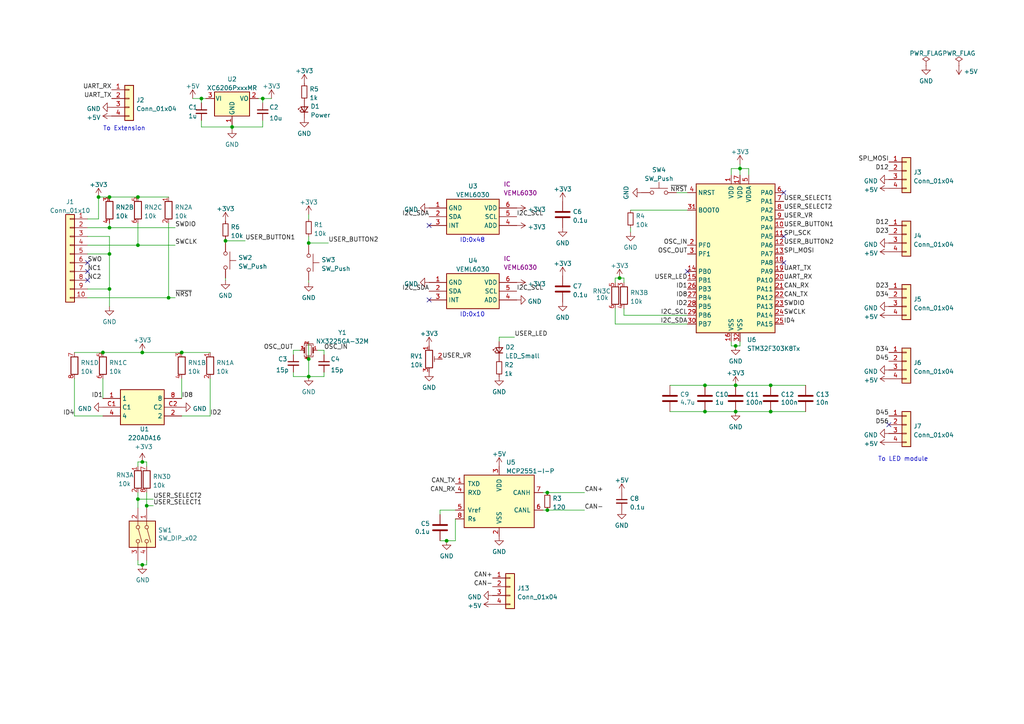
<source format=kicad_sch>
(kicad_sch (version 20211123) (generator eeschema)
  (paper "A4")
  (title_block (title "Active Marker for RoboCup SSL") (date "2024-05-14") (company "KIKS"))
  (lib_symbols
    (symbol "Connector_Generic:Conn_01x04" (pin_names (offset 1.016) hide)
      (property "Reference" "J" (at 0 5.08 0))
      (property "Value" "Conn_01x04" (at 0 -7.62 0))
      (symbol "Conn_01x04_1_1"
        (rectangle (start -1.27 -4.953) (end 0 -5.207) (stroke (width 0.1524)))
        (rectangle (start -1.27 -2.413) (end 0 -2.667) (stroke (width 0.1524)))
        (rectangle (start -1.27 0.127) (end 0 -0.127) (stroke (width 0.1524)))
        (rectangle (start -1.27 2.667) (end 0 2.413) (stroke (width 0.1524)))
        (rectangle (start -1.27 3.81) (end 1.27 -6.35) (stroke (width 0.254)) (fill (type background)))
        (pin passive line (at -5.08 2.54 0) (length 3.81) (name "Pin_1") (number "1"))
        (pin passive line (at -5.08 0 0) (length 3.81) (name "Pin_2") (number "2"))
        (pin passive line (at -5.08 -2.54 0) (length 3.81) (name "Pin_3") (number "3"))
        (pin passive line (at -5.08 -5.08 0) (length 3.81) (name "Pin_4") (number "4"))
      )
    )
    (symbol "Connector_Generic:Conn_01x10" (pin_names (offset 1.016) hide)
      (property "Reference" "J" (at 0 12.7 0))
      (property "Value" "Conn_01x10" (at 0 -15.24 0))
      (symbol "Conn_01x10_1_1"
        (rectangle (start -1.27 -12.573) (end 0 -12.827) (stroke (width 0.1524)))
        (rectangle (start -1.27 -10.033) (end 0 -10.287) (stroke (width 0.1524)))
        (rectangle (start -1.27 -7.493) (end 0 -7.747) (stroke (width 0.1524)))
        (rectangle (start -1.27 -4.953) (end 0 -5.207) (stroke (width 0.1524)))
        (rectangle (start -1.27 -2.413) (end 0 -2.667) (stroke (width 0.1524)))
        (rectangle (start -1.27 0.127) (end 0 -0.127) (stroke (width 0.1524)))
        (rectangle (start -1.27 2.667) (end 0 2.413) (stroke (width 0.1524)))
        (rectangle (start -1.27 5.207) (end 0 4.953) (stroke (width 0.1524)))
        (rectangle (start -1.27 7.747) (end 0 7.493) (stroke (width 0.1524)))
        (rectangle (start -1.27 10.287) (end 0 10.033) (stroke (width 0.1524)))
        (rectangle (start -1.27 11.43) (end 1.27 -13.97) (stroke (width 0.254)) (fill (type background)))
        (pin passive line (at -5.08 10.16 0) (length 3.81) (name "Pin_1") (number "1"))
        (pin passive line (at -5.08 -12.7 0) (length 3.81) (name "Pin_10") (number "10"))
        (pin passive line (at -5.08 7.62 0) (length 3.81) (name "Pin_2") (number "2"))
        (pin passive line (at -5.08 5.08 0) (length 3.81) (name "Pin_3") (number "3"))
        (pin passive line (at -5.08 2.54 0) (length 3.81) (name "Pin_4") (number "4"))
        (pin passive line (at -5.08 0 0) (length 3.81) (name "Pin_5") (number "5"))
        (pin passive line (at -5.08 -2.54 0) (length 3.81) (name "Pin_6") (number "6"))
        (pin passive line (at -5.08 -5.08 0) (length 3.81) (name "Pin_7") (number "7"))
        (pin passive line (at -5.08 -7.62 0) (length 3.81) (name "Pin_8") (number "8"))
        (pin passive line (at -5.08 -10.16 0) (length 3.81) (name "Pin_9") (number "9"))
      )
    )
    (symbol "Device:C" (pin_numbers hide) (pin_names (offset 0.254))
      (property "Reference" "C" (at 0.635 2.54 0))
      (property "Value" "C" (at 0.635 -2.54 0))
      (symbol "C_0_1"
        (polyline (pts (xy -2.032 -0.762) (xy 2.032 -0.762)) (stroke (width 0.508)))
        (polyline (pts (xy -2.032 0.762) (xy 2.032 0.762)) (stroke (width 0.508)))
      )
      (symbol "C_1_1"
        (pin passive line (at 0 3.81 270) (length 2.794) (name "~") (number "1"))
        (pin passive line (at 0 -3.81 90) (length 2.794) (name "~") (number "2"))
      )
    )
    (symbol "Device:C_Small" (pin_numbers hide) (pin_names (offset 0.254) hide)
      (property "Reference" "C" (at 0.254 1.778 0))
      (property "Value" "C_Small" (at 0.254 -2.032 0))
      (symbol "C_Small_0_1"
        (polyline (pts (xy -1.524 -0.508) (xy 1.524 -0.508)) (stroke (width 0.3302)))
        (polyline (pts (xy -1.524 0.508) (xy 1.524 0.508)) (stroke (width 0.3048)))
      )
      (symbol "C_Small_1_1"
        (pin passive line (at 0 2.54 270) (length 2.032) (name "~") (number "1"))
        (pin passive line (at 0 -2.54 90) (length 2.032) (name "~") (number "2"))
      )
    )
    (symbol "Device:Crystal_GND24_Small" (pin_names (offset 1.016) hide)
      (property "Reference" "Y" (at 1.27 4.445 0))
      (property "Value" "Crystal_GND24_Small" (at 1.27 2.54 0))
      (symbol "Crystal_GND24_Small_0_1"
        (rectangle (start -0.762 -1.524) (end 0.762 1.524))
        (polyline (pts (xy -1.27 -0.762) (xy -1.27 0.762)) (stroke (width 0.381)))
        (polyline (pts (xy 1.27 -0.762) (xy 1.27 0.762)) (stroke (width 0.381)))
        (polyline (pts (xy -1.27 -1.27) (xy -1.27 -1.905) (xy 1.27 -1.905) (xy 1.27 -1.27)))
        (polyline (pts (xy -1.27 1.27) (xy -1.27 1.905) (xy 1.27 1.905) (xy 1.27 1.27)))
      )
      (symbol "Crystal_GND24_Small_1_1"
        (pin passive line (at -2.54 0 0) (length 1.27) (name "1") (number "1"))
        (pin passive line (at 0 -2.54 90) (length 0.635) (name "2") (number "2"))
        (pin passive line (at 2.54 0 180) (length 1.27) (name "3") (number "3"))
        (pin passive line (at 0 2.54 270) (length 0.635) (name "4") (number "4"))
      )
    )
    (symbol "Device:LED_Small" (pin_numbers hide) (pin_names (offset 0.254) hide)
      (property "Reference" "D" (at -1.27 3.175 0))
      (property "Value" "LED_Small" (at -4.445 -2.54 0))
      (symbol "LED_Small_0_1"
        (polyline (pts (xy -0.762 -1.016) (xy -0.762 1.016)) (stroke (width 0.254)))
        (polyline (pts (xy 1.016 0) (xy -0.762 0)))
        (polyline (pts (xy 0.762 -1.016) (xy -0.762 0) (xy 0.762 1.016) (xy 0.762 -1.016)) (stroke (width 0.254)))
        (polyline (pts (xy 0 0.762) (xy -0.508 1.27) (xy -0.254 1.27) (xy -0.508 1.27) (xy -0.508 1.016)))
        (polyline (pts (xy 0.508 1.27) (xy 0 1.778) (xy 0.254 1.778) (xy 0 1.778) (xy 0 1.524)))
      )
      (symbol "LED_Small_1_1"
        (pin passive line (at -2.54 0 0) (length 1.778) (name "K") (number "1"))
        (pin passive line (at 2.54 0 180) (length 1.778) (name "A") (number "2"))
      )
    )
    (symbol "Device:R_Pack04_SIP_Split" (pin_names (offset 0) hide)
      (property "Reference" "RN" (at 2.032 0 90))
      (property "Value" "R_Pack04_SIP_Split" (at 0 0 90))
      (symbol "R_Pack04_SIP_Split_0_1"
        (rectangle (start 1.016 2.54) (end -1.016 -2.54) (stroke (width 0.254)))
      )
      (symbol "R_Pack04_SIP_Split_1_1"
        (pin passive line (at 0 -3.81 90) (length 1.27) (name "R1.1") (number "1"))
        (pin passive line (at 0 3.81 270) (length 1.27) (name "R1.2") (number "2"))
      )
      (symbol "R_Pack04_SIP_Split_2_1"
        (pin passive line (at 0 -3.81 90) (length 1.27) (name "R2.1") (number "3"))
        (pin passive line (at 0 3.81 270) (length 1.27) (name "R2.2") (number "4"))
      )
      (symbol "R_Pack04_SIP_Split_3_1"
        (pin passive line (at 0 -3.81 90) (length 1.27) (name "R3.1") (number "5"))
        (pin passive line (at 0 3.81 270) (length 1.27) (name "R3.2") (number "6"))
      )
      (symbol "R_Pack04_SIP_Split_4_1"
        (pin passive line (at 0 -3.81 90) (length 1.27) (name "R4.1") (number "7"))
        (pin passive line (at 0 3.81 270) (length 1.27) (name "R4.2") (number "8"))
      )
    )
    (symbol "Device:R_Potentiometer_Trim" (pin_names (offset 1.016) hide)
      (property "Reference" "RV" (at -4.445 0 90))
      (property "Value" "R_Potentiometer_Trim" (at -2.54 0 90))
      (symbol "R_Potentiometer_Trim_0_1"
        (polyline (pts (xy 1.524 0.762) (xy 1.524 -0.762)))
        (polyline (pts (xy 2.54 0) (xy 1.524 0)))
        (rectangle (start 1.016 2.54) (end -1.016 -2.54) (stroke (width 0.254)))
      )
      (symbol "R_Potentiometer_Trim_1_1"
        (pin passive line (at 0 3.81 270) (length 1.27) (name "1") (number "1"))
        (pin passive line (at 3.81 0 180) (length 1.27) (name "2") (number "2"))
        (pin passive line (at 0 -3.81 90) (length 1.27) (name "3") (number "3"))
      )
    )
    (symbol "Device:R_Small" (pin_numbers hide) (pin_names (offset 0.254) hide)
      (property "Reference" "R" (at 0.762 0.508 0))
      (property "Value" "R_Small" (at 0.762 -1.016 0))
      (symbol "R_Small_0_1"
        (rectangle (start -0.762 1.778) (end 0.762 -1.778) (stroke (width 0.2032)))
      )
      (symbol "R_Small_1_1"
        (pin passive line (at 0 2.54 270) (length 0.762) (name "~") (number "1"))
        (pin passive line (at 0 -2.54 90) (length 0.762) (name "~") (number "2"))
      )
    )
    (symbol "Interface_CAN_LIN:MCP2551-I-P" (pin_names (offset 1.016))
      (property "Reference" "U" (at -10.16 8.89 0))
      (property "Value" "MCP2551-I-P" (at 2.54 8.89 0))
      (symbol "MCP2551-I-P_0_1"
        (rectangle (start -10.16 7.62) (end 10.16 -7.62) (stroke (width 0.254)) (fill (type background)))
      )
      (symbol "MCP2551-I-P_1_1"
        (pin input line (at -12.7 5.08 0) (length 2.54) (name "TXD") (number "1"))
        (pin power_in line (at 0 -10.16 90) (length 2.54) (name "VSS") (number "2"))
        (pin power_in line (at 0 10.16 270) (length 2.54) (name "VDD") (number "3"))
        (pin output line (at -12.7 2.54 0) (length 2.54) (name "RXD") (number "4"))
        (pin power_out line (at -12.7 -2.54 0) (length 2.54) (name "Vref") (number "5"))
        (pin bidirectional line (at 12.7 -2.54 180) (length 2.54) (name "CANL") (number "6"))
        (pin bidirectional line (at 12.7 2.54 180) (length 2.54) (name "CANH") (number "7"))
        (pin input line (at -12.7 -5.08 0) (length 2.54) (name "Rs") (number "8"))
      )
    )
    (symbol "MCU_ST_STM32F3:STM32F303K8Tx"
      (property "Reference" "U" (at -12.7 21.59 0))
      (property "Value" "STM32F303K8Tx" (at 5.08 21.59 0))
      (symbol "STM32F303K8Tx_0_1"
        (rectangle (start -12.7 -22.86) (end 10.16 20.32) (stroke (width 0.254)) (fill (type background)))
      )
      (symbol "STM32F303K8Tx_1_1"
        (pin power_in line (at -2.54 22.86 270) (length 2.54) (name "VDD") (number "1"))
        (pin bidirectional line (at 12.7 7.62 180) (length 2.54) (name "PA4") (number "10"))
        (pin bidirectional line (at 12.7 5.08 180) (length 2.54) (name "PA5") (number "11"))
        (pin bidirectional line (at 12.7 2.54 180) (length 2.54) (name "PA6") (number "12"))
        (pin bidirectional line (at 12.7 0 180) (length 2.54) (name "PA7") (number "13"))
        (pin bidirectional line (at -15.24 -5.08 0) (length 2.54) (name "PB0") (number "14"))
        (pin bidirectional line (at -15.24 -7.62 0) (length 2.54) (name "PB1") (number "15"))
        (pin power_in line (at -2.54 -25.4 90) (length 2.54) (name "VSS") (number "16"))
        (pin power_in line (at 0 22.86 270) (length 2.54) (name "VDD") (number "17"))
        (pin bidirectional line (at 12.7 -2.54 180) (length 2.54) (name "PA8") (number "18"))
        (pin bidirectional line (at 12.7 -5.08 180) (length 2.54) (name "PA9") (number "19"))
        (pin input line (at -15.24 2.54 0) (length 2.54) (name "PF0") (number "2"))
        (pin bidirectional line (at 12.7 -7.62 180) (length 2.54) (name "PA10") (number "20"))
        (pin bidirectional line (at 12.7 -10.16 180) (length 2.54) (name "PA11") (number "21"))
        (pin bidirectional line (at 12.7 -12.7 180) (length 2.54) (name "PA12") (number "22"))
        (pin bidirectional line (at 12.7 -15.24 180) (length 2.54) (name "PA13") (number "23"))
        (pin bidirectional line (at 12.7 -17.78 180) (length 2.54) (name "PA14") (number "24"))
        (pin bidirectional line (at 12.7 -20.32 180) (length 2.54) (name "PA15") (number "25"))
        (pin bidirectional line (at -15.24 -10.16 0) (length 2.54) (name "PB3") (number "26"))
        (pin bidirectional line (at -15.24 -12.7 0) (length 2.54) (name "PB4") (number "27"))
        (pin bidirectional line (at -15.24 -15.24 0) (length 2.54) (name "PB5") (number "28"))
        (pin bidirectional line (at -15.24 -17.78 0) (length 2.54) (name "PB6") (number "29"))
        (pin input line (at -15.24 0 0) (length 2.54) (name "PF1") (number "3"))
        (pin bidirectional line (at -15.24 -20.32 0) (length 2.54) (name "PB7") (number "30"))
        (pin input line (at -15.24 12.7 0) (length 2.54) (name "BOOT0") (number "31"))
        (pin power_in line (at 0 -25.4 90) (length 2.54) (name "VSS") (number "32"))
        (pin input line (at -15.24 17.78 0) (length 2.54) (name "NRST") (number "4"))
        (pin power_in line (at 2.54 22.86 270) (length 2.54) (name "VDDA") (number "5"))
        (pin bidirectional line (at 12.7 17.78 180) (length 2.54) (name "PA0") (number "6"))
        (pin bidirectional line (at 12.7 15.24 180) (length 2.54) (name "PA1") (number "7"))
        (pin bidirectional line (at 12.7 12.7 180) (length 2.54) (name "PA2") (number "8"))
        (pin bidirectional line (at 12.7 10.16 180) (length 2.54) (name "PA3") (number "9"))
      )
    )
    (symbol "Regulator_Linear:XC6206PxxxMR" (pin_names (offset 0.254))
      (property "Reference" "U" (at -3.81 3.175 0))
      (property "Value" "XC6206PxxxMR" (at 0 3.175 0))
      (symbol "XC6206PxxxMR_0_1"
        (rectangle (start -5.08 1.905) (end 5.08 -5.08) (stroke (width 0.254)) (fill (type background)))
      )
      (symbol "XC6206PxxxMR_1_1"
        (pin power_in line (at 0 -7.62 90) (length 2.54) (name "GND") (number "1"))
        (pin power_out line (at 7.62 0 180) (length 2.54) (name "VO") (number "2"))
        (pin power_in line (at -7.62 0 0) (length 2.54) (name "VI") (number "3"))
      )
    )
    (symbol "Switch:SW_DIP_x02" (pin_names (offset 0) hide)
      (property "Reference" "SW" (at 0 6.35 0))
      (property "Value" "SW_DIP_x02" (at 0 -3.81 0))
      (symbol "SW_DIP_x02_0_0"
        (circle (center -2.032 0) (radius 0.508))
        (circle (center -2.032 2.54) (radius 0.508))
        (polyline (pts (xy -1.524 0.127) (xy 2.3622 1.1684)))
        (polyline (pts (xy -1.524 2.667) (xy 2.3622 3.7084)))
        (circle (center 2.032 0) (radius 0.508))
        (circle (center 2.032 2.54) (radius 0.508))
      )
      (symbol "SW_DIP_x02_0_1"
        (rectangle (start -3.81 5.08) (end 3.81 -2.54) (stroke (width 0.254)) (fill (type background)))
      )
      (symbol "SW_DIP_x02_1_1"
        (pin passive line (at -7.62 2.54 0) (length 5.08) (name "~") (number "1"))
        (pin passive line (at -7.62 0 0) (length 5.08) (name "~") (number "2"))
        (pin passive line (at 7.62 0 180) (length 5.08) (name "~") (number "3"))
        (pin passive line (at 7.62 2.54 180) (length 5.08) (name "~") (number "4"))
      )
    )
    (symbol "Switch:SW_Push" (pin_numbers hide) (pin_names (offset 1.016) hide)
      (property "Reference" "SW" (at 1.27 2.54 0))
      (property "Value" "SW_Push" (at 0 -1.524 0))
      (symbol "SW_Push_0_1"
        (circle (center -2.032 0) (radius 0.508))
        (polyline (pts (xy 0 1.27) (xy 0 3.048)))
        (polyline (pts (xy 2.54 1.27) (xy -2.54 1.27)))
        (circle (center 2.032 0) (radius 0.508))
        (pin passive line (at -5.08 0 0) (length 2.54) (name "1") (number "1"))
        (pin passive line (at 5.08 0 180) (length 2.54) (name "2") (number "2"))
      )
    )
    (symbol "active-marker:220ADA16"
      (property "Value" "220ADA16" (at 0 0 0))
      (property "Reference_1" "S" (at 19.05 7.62 0))
      (property "Value_1" "220ADA16" (at 19.05 5.08 0))
      (symbol "220ADA16_1_1"
        (rectangle (start 5.08 2.54) (end 17.78 -7.62) (stroke (width 0.254)) (fill (type background)))
        (pin passive line (at 0 0 0) (length 5.08) (name "1") (number "1"))
        (pin passive line (at 22.86 -5.08 180) (length 5.08) (name "2") (number "2"))
        (pin passive line (at 0 -5.08 0) (length 5.08) (name "4") (number "4"))
        (pin passive line (at 22.86 0 180) (length 5.08) (name "8") (number "8"))
        (pin passive line (at 0 -2.54 0) (length 5.08) (name "C1") (number "C1"))
        (pin passive line (at 22.86 -2.54 180) (length 5.08) (name "C2") (number "C2"))
      )
    )
    (symbol "active-marker:VEML6030"
      (property "Value" "VEML6030" (at 0 0 0))
      (property "Reference_1" "IC" (at 21.59 7.62 0))
      (property "Value_1" "VEML6030" (at 21.59 5.08 0))
      (symbol "VEML6030_1_1"
        (rectangle (start 5.08 2.54) (end 20.32 -7.62) (stroke (width 0.254)) (fill (type background)))
        (pin passive line (at 0 0 0) (length 5.08) (name "GND") (number "1"))
        (pin passive line (at 0 -2.54 0) (length 5.08) (name "SDA") (number "2"))
        (pin passive line (at 0 -5.08 0) (length 5.08) (name "INT") (number "3"))
        (pin passive line (at 25.4 -5.08 180) (length 5.08) (name "ADD") (number "4"))
        (pin passive line (at 25.4 -2.54 180) (length 5.08) (name "SCL") (number "5"))
        (pin passive line (at 25.4 0 180) (length 5.08) (name "VDD") (number "6"))
      )
    )
    (symbol "power:+3V3" (power) (pin_names (offset 0))
      (property "Value" "+3V3" (at 0 3.556 0))
      (symbol "+3V3_0_1"
        (polyline (pts (xy -0.762 1.27) (xy 0 2.54)))
        (polyline (pts (xy 0 0) (xy 0 2.54)))
        (polyline (pts (xy 0 2.54) (xy 0.762 1.27)))
      )
      (symbol "+3V3_1_1"
        (pin power_in line (at 0 0 90) (length 0) hide (name "+3V3") (number "1"))
      )
    )
    (symbol "power:+5V" (power) (pin_names (offset 0))
      (property "Value" "+5V" (at 0 3.556 0))
      (symbol "+5V_0_1"
        (polyline (pts (xy -0.762 1.27) (xy 0 2.54)))
        (polyline (pts (xy 0 0) (xy 0 2.54)))
        (polyline (pts (xy 0 2.54) (xy 0.762 1.27)))
      )
      (symbol "+5V_1_1"
        (pin power_in line (at 0 0 90) (length 0) hide (name "+5V") (number "1"))
      )
    )
    (symbol "power:GND" (power) (pin_names (offset 0))
      (property "Value" "GND" (at 0 -3.81 0))
      (symbol "GND_0_1"
        (polyline (pts (xy 0 0) (xy 0 -1.27) (xy 1.27 -1.27) (xy 0 -2.54) (xy -1.27 -1.27) (xy 0 -1.27)))
      )
      (symbol "GND_1_1"
        (pin power_in line (at 0 0 270) (length 0) hide (name "GND") (number "1"))
      )
    )
    (symbol "power:PWR_FLAG" (power) (pin_numbers hide) (pin_names (offset 0) hide)
      (property "Value" "PWR_FLAG" (at 0 3.81 0))
      (symbol "PWR_FLAG_0_0"
        (pin power_out line (at 0 0 90) (length 0) (name "pwr") (number "1"))
      )
      (symbol "PWR_FLAG_0_1"
        (polyline (pts (xy 0 0) (xy 0 1.27) (xy -1.016 1.905) (xy 0 2.54) (xy 1.016 1.905) (xy 0 1.27)))
      )
    )
  )
  (junction (at 41.275 102.235))
  (junction (at 129.54 156.845))
  (junction (at 158.75 147.955))
  (junction (at 89.535 70.485))
  (junction (at 89.535 104.14))
  (junction (at 213.36 111.76))
  (junction (at 41.275 163.83))
  (junction (at 179.705 80.645))
  (junction (at 52.705 102.235))
  (junction (at 42.545 146.685))
  (junction (at 214.63 48.895))
  (junction (at 31.75 57.15))
  (junction (at 40.005 57.15))
  (junction (at 58.42 28.575))
  (junction (at 29.845 102.235))
  (junction (at 89.535 109.22))
  (junction (at 65.405 69.85))
  (junction (at 31.75 66.04))
  (junction (at 31.75 73.66))
  (junction (at 213.36 119.38))
  (junction (at 223.52 111.76))
  (junction (at 41.275 133.985))
  (junction (at 158.75 142.875))
  (junction (at 31.75 83.82))
  (junction (at 213.36 100.33))
  (junction (at 204.47 111.76))
  (junction (at 67.31 36.83))
  (junction (at 204.47 119.38))
  (junction (at 48.895 86.36))
  (junction (at 223.52 119.38))
  (junction (at 40.005 144.78))
  (junction (at 28.575 57.15))
  (junction (at 40.005 71.12))
  (junction (at 76.2 28.575))
  (no_connect (at 25.4 76.2))
  (no_connect (at 199.39 78.74))
  (no_connect (at 227.33 76.2))
  (no_connect (at 257.81 123.19))
  (no_connect (at 124.46 86.995))
  (no_connect (at 25.4 81.28))
  (no_connect (at 124.46 65.405))
  (no_connect (at 25.4 78.74))
  (no_connect (at 227.33 55.88))
  (no_connect (at 227.33 68.58))
  (wire (pts (xy 85.09 101.6) (xy 86.995 101.6)))
  (wire (pts (xy 89.535 70.485) (xy 95.25 70.485)))
  (wire (pts (xy 214.63 48.895) (xy 214.63 50.8)))
  (wire (pts (xy 41.275 133.985) (xy 42.545 133.985)))
  (wire (pts (xy 180.975 91.44) (xy 199.39 91.44)))
  (wire (pts (xy 78.74 28.575) (xy 76.2 28.575)))
  (wire (pts (xy 182.88 66.04) (xy 182.88 67.31)))
  (wire (pts (xy 41.275 102.235) (xy 52.705 102.235)))
  (wire (pts (xy 31.75 57.15) (xy 40.005 57.15)))
  (wire (pts (xy 65.405 69.215) (xy 65.405 69.85)))
  (wire (pts (xy 223.52 111.76) (xy 233.68 111.76)))
  (wire (pts (xy 41.275 163.83) (xy 42.545 163.83)))
  (wire (pts (xy 178.435 89.535) (xy 178.435 93.98)))
  (wire (pts (xy 180.975 81.915) (xy 180.975 80.645)))
  (wire (pts (xy 25.4 66.04) (xy 31.75 66.04)))
  (wire (pts (xy 158.75 142.875) (xy 169.545 142.875)))
  (wire (pts (xy 31.75 73.66) (xy 31.75 83.82)))
  (wire (pts (xy 42.545 146.685) (xy 44.45 146.685)))
  (wire (pts (xy 89.535 68.58) (xy 89.535 70.485)))
  (wire (pts (xy 129.54 156.845) (xy 132.08 156.845)))
  (wire (pts (xy 85.09 107.95) (xy 85.09 109.22)))
  (wire (pts (xy 76.2 28.575) (xy 76.2 29.845)))
  (wire (pts (xy 196.215 55.88) (xy 199.39 55.88)))
  (wire (pts (xy 28.575 57.15) (xy 31.75 57.15)))
  (wire (pts (xy 89.535 70.485) (xy 89.535 71.12)))
  (wire (pts (xy 214.63 47.625) (xy 214.63 48.895)))
  (wire (pts (xy 213.36 111.76) (xy 223.52 111.76)))
  (wire (pts (xy 42.545 146.685) (xy 42.545 147.32)))
  (wire (pts (xy 25.4 71.12) (xy 40.005 71.12)))
  (wire (pts (xy 21.59 120.65) (xy 29.845 120.65)))
  (wire (pts (xy 55.88 28.575) (xy 58.42 28.575)))
  (wire (pts (xy 40.005 71.12) (xy 50.8 71.12)))
  (wire (pts (xy 214.63 100.33) (xy 213.36 100.33)))
  (wire (pts (xy 29.845 115.57) (xy 29.845 109.855)))
  (wire (pts (xy 76.2 36.83) (xy 67.31 36.83)))
  (wire (pts (xy 28.575 63.5) (xy 28.575 57.15)))
  (wire (pts (xy 40.005 142.875) (xy 40.005 144.78)))
  (wire (pts (xy 127.635 149.225) (xy 127.635 147.955)))
  (wire (pts (xy 204.47 111.76) (xy 213.36 111.76)))
  (wire (pts (xy 212.09 100.33) (xy 213.36 100.33)))
  (wire (pts (xy 93.98 109.22) (xy 93.98 107.95)))
  (wire (pts (xy 67.31 36.83) (xy 67.31 37.465)))
  (wire (pts (xy 65.405 69.85) (xy 65.405 70.485)))
  (wire (pts (xy 25.4 68.58) (xy 31.75 68.58)))
  (wire (pts (xy 89.535 99.06) (xy 89.535 104.14)))
  (wire (pts (xy 60.96 120.65) (xy 52.705 120.65)))
  (wire (pts (xy 178.435 80.645) (xy 179.705 80.645)))
  (wire (pts (xy 223.52 119.38) (xy 233.68 119.38)))
  (wire (pts (xy 31.75 66.04) (xy 50.8 66.04)))
  (wire (pts (xy 40.005 144.78) (xy 44.45 144.78)))
  (wire (pts (xy 89.535 62.23) (xy 89.535 63.5)))
  (wire (pts (xy 132.08 150.495) (xy 132.08 156.845)))
  (wire (pts (xy 182.88 60.96) (xy 199.39 60.96)))
  (wire (pts (xy 40.005 64.77) (xy 40.005 71.12)))
  (wire (pts (xy 76.2 34.925) (xy 76.2 36.83)))
  (wire (pts (xy 92.075 101.6) (xy 93.98 101.6)))
  (wire (pts (xy 194.31 111.76) (xy 204.47 111.76)))
  (wire (pts (xy 58.42 28.575) (xy 59.69 28.575)))
  (wire (pts (xy 52.705 109.855) (xy 52.705 115.57)))
  (wire (pts (xy 212.09 48.895) (xy 214.63 48.895)))
  (wire (pts (xy 42.545 142.875) (xy 42.545 146.685)))
  (wire (pts (xy 29.845 102.235) (xy 41.275 102.235)))
  (wire (pts (xy 40.005 162.56) (xy 40.005 163.83)))
  (wire (pts (xy 25.4 83.82) (xy 31.75 83.82)))
  (wire (pts (xy 58.42 28.575) (xy 58.42 29.845)))
  (wire (pts (xy 180.975 80.645) (xy 179.705 80.645)))
  (wire (pts (xy 217.17 50.8) (xy 217.17 48.895)))
  (wire (pts (xy 65.405 69.85) (xy 71.12 69.85)))
  (wire (pts (xy 217.17 48.895) (xy 214.63 48.895)))
  (wire (pts (xy 89.535 104.14) (xy 89.535 109.22)))
  (wire (pts (xy 25.4 73.66) (xy 31.75 73.66)))
  (wire (pts (xy 74.93 28.575) (xy 76.2 28.575)))
  (wire (pts (xy 144.78 97.79) (xy 149.225 97.79)))
  (wire (pts (xy 31.75 64.77) (xy 31.75 66.04)))
  (wire (pts (xy 178.435 81.915) (xy 178.435 80.645)))
  (wire (pts (xy 194.31 119.38) (xy 204.47 119.38)))
  (wire (pts (xy 40.005 135.255) (xy 40.005 133.985)))
  (wire (pts (xy 214.63 99.06) (xy 214.63 100.33)))
  (wire (pts (xy 21.59 102.235) (xy 29.845 102.235)))
  (wire (pts (xy 48.895 64.77) (xy 48.895 86.36)))
  (wire (pts (xy 89.535 81.28) (xy 89.535 81.915)))
  (wire (pts (xy 178.435 93.98) (xy 199.39 93.98)))
  (wire (pts (xy 40.005 133.985) (xy 41.275 133.985)))
  (wire (pts (xy 144.78 99.06) (xy 144.78 97.79)))
  (wire (pts (xy 40.005 144.78) (xy 40.005 147.32)))
  (wire (pts (xy 204.47 119.38) (xy 213.36 119.38)))
  (wire (pts (xy 48.895 86.36) (xy 50.8 86.36)))
  (wire (pts (xy 31.75 68.58) (xy 31.75 73.66)))
  (wire (pts (xy 52.705 102.235) (xy 60.96 102.235)))
  (wire (pts (xy 158.75 147.955) (xy 169.545 147.955)))
  (wire (pts (xy 157.48 142.875) (xy 158.75 142.875)))
  (wire (pts (xy 212.09 99.06) (xy 212.09 100.33)))
  (wire (pts (xy 93.98 101.6) (xy 93.98 102.87)))
  (wire (pts (xy 58.42 36.83) (xy 67.31 36.83)))
  (wire (pts (xy 127.635 156.845) (xy 129.54 156.845)))
  (wire (pts (xy 85.09 102.87) (xy 85.09 101.6)))
  (wire (pts (xy 42.545 133.985) (xy 42.545 135.255)))
  (wire (pts (xy 65.405 80.645) (xy 65.405 81.28)))
  (wire (pts (xy 157.48 147.955) (xy 158.75 147.955)))
  (wire (pts (xy 58.42 34.925) (xy 58.42 36.83)))
  (wire (pts (xy 180.975 89.535) (xy 180.975 91.44)))
  (wire (pts (xy 42.545 163.83) (xy 42.545 162.56)))
  (wire (pts (xy 85.09 109.22) (xy 89.535 109.22)))
  (wire (pts (xy 21.59 109.855) (xy 21.59 120.65)))
  (wire (pts (xy 212.09 50.8) (xy 212.09 48.895)))
  (wire (pts (xy 89.535 109.22) (xy 93.98 109.22)))
  (wire (pts (xy 25.4 86.36) (xy 48.895 86.36)))
  (wire (pts (xy 40.005 57.15) (xy 48.895 57.15)))
  (wire (pts (xy 31.75 83.82) (xy 31.75 88.9)))
  (wire (pts (xy 60.96 120.65) (xy 60.96 109.855)))
  (wire (pts (xy 40.005 163.83) (xy 41.275 163.83)))
  (wire (pts (xy 127.635 147.955) (xy 132.08 147.955)))
  (wire (pts (xy 213.36 119.38) (xy 223.52 119.38)))
  (wire (pts (xy 25.4 63.5) (xy 28.575 63.5)))
  (wire (pts (xy 67.31 36.195) (xy 67.31 36.83)))
  (text "ID:0x48" (at 133.35 70.485 0) (effects (font (size 1.27 1.27)) (justify left bottom)))
  (text "To LED module" (at 254.635 133.985 0) (effects (font (size 1.27 1.27)) (justify left bottom)))
  (text "To Extension" (at 29.845 38.1 0) (effects (font (size 1.27 1.27)) (justify left bottom)))
  (text "ID:0x10" (at 133.35 92.075 0) (effects (font (size 1.27 1.27)) (justify left bottom)))
  (label "UART_RX" (at 227.33 81.28 0))
  (label "NC2" (at 25.4 81.28 0))
  (label "NC1" (at 25.4 78.74 0))
  (label "D12" (at 257.81 49.53 180))
  (label "SWCLK" (at 227.33 91.44 0))
  (label "CAN+" (at 142.875 167.64 180))
  (label "I2C_SCL" (at 199.39 91.44 180))
  (label "USER_VR" (at 128.27 104.14 0))
  (label "SPI_MOSI" (at 227.33 73.66 0))
  (label "CAN-" (at 169.545 147.955 0))
  (label "CAN_RX" (at 227.33 83.82 0))
  (label "CAN_TX" (at 227.33 86.36 0))
  (label "ID1" (at 199.39 83.82 180))
  (label "ID4" (at 227.33 93.98 0))
  (label "USER_LED" (at 149.225 97.79 0))
  (label "UART_TX" (at 227.33 78.74 0))
  (label "USER_BUTTON1" (at 71.12 69.85 0))
  (label "I2C_SDA" (at 124.46 62.865 180))
  (label "D34" (at 257.81 102.235 180))
  (label "USER_BUTTON2" (at 95.25 70.485 0))
  (label "SWDIO" (at 227.33 88.9 0))
  (label "D45" (at 257.81 104.775 180))
  (label "ID1" (at 29.845 115.57 180))
  (label "D23" (at 257.81 67.945 180))
  (label "I2C_SCL" (at 149.86 84.455 0))
  (label "I2C_SDA" (at 199.39 93.98 180))
  (label "D23" (at 257.81 83.82 180))
  (label "USER_LED" (at 199.39 81.28 180))
  (label "USER_SELECT2" (at 227.33 60.96 0))
  (label "ID2" (at 199.39 88.9 180))
  (label "D56" (at 257.81 123.19 180))
  (label "OSC_IN" (at 199.39 71.12 180))
  (label "ID2" (at 60.96 120.65 0))
  (label "D12" (at 257.81 65.405 180))
  (label "SWDIO" (at 50.8 66.04 0))
  (label "USER_SELECT2" (at 44.45 144.78 0))
  (label "UART_RX" (at 32.385 26.035 180))
  (label "OSC_IN" (at 93.98 101.6 0))
  (label "USER_SELECT1" (at 44.45 146.685 0))
  (label "I2C_SDA" (at 124.46 84.455 180))
  (label "CAN_TX" (at 132.08 140.335 180))
  (label "~{NRST}" (at 199.39 55.88 180))
  (label "OSC_OUT" (at 85.09 101.6 180))
  (label "OSC_OUT" (at 199.39 73.66 180))
  (label "D45" (at 257.81 120.65 180))
  (label "SPI_SCK" (at 227.33 68.58 0))
  (label "~{NRST}" (at 50.8 86.36 0))
  (label "USER_VR" (at 227.33 63.5 0))
  (label "ID8" (at 52.705 115.57 0))
  (label "ID8" (at 199.39 86.36 180))
  (label "ID4" (at 21.59 120.65 180))
  (label "CAN+" (at 169.545 142.875 0))
  (label "UART_TX" (at 32.385 28.575 180))
  (label "SWO" (at 25.4 76.2 0))
  (label "USER_BUTTON2" (at 227.33 71.12 0))
  (label "SWCLK" (at 50.8 71.12 0))
  (label "USER_BUTTON1" (at 227.33 66.04 0))
  (label "CAN_RX" (at 132.08 142.875 180))
  (label "I2C_SCL" (at 149.86 62.865 0))
  (label "SPI_MOSI" (at 257.81 46.99 180))
  (label "CAN-" (at 142.875 170.18 180))
  (label "USER_SELECT1" (at 227.33 58.42 0))
  (label "D34" (at 257.81 86.36 180))
  (symbol (lib_id "Device:R_Small") (at 182.88 63.5 0) (unit 1)
    (property "Reference" "R4" (at 184.3786 62.6653 0) (effects (justify left)))
    (property "Value" "10k" (at 184.3786 65.2022 0) (effects (justify left)))
    (property "Footprint" "Resistor_SMD:R_0603_1608Metric_Pad0.98x0.95mm_HandSolder" (effects hide))
  )
  (symbol (lib_id "power:+5V") (at 32.385 33.655 90) (unit 1)
    (property "Reference" "#PWR05" (effects hide))
    (property "Value" "+5V" (at 29.2101 34.0888 90) (effects (justify left)))
  )
  (symbol (lib_id "power:+5V") (at 55.88 28.575 0) (unit 1)
    (property "Reference" "#PWR010" (effects hide))
    (property "Value" "+5V" (at 55.88 24.9992 0))
  )
  (symbol (lib_id "Device:C_Small") (at 76.2 32.385 0) (unit 1)
    (property "Reference" "C2" (at 78.105 31.115 0) (effects (justify left)))
    (property "Value" "10u" (at 78.105 34.29 0) (effects (justify left)))
    (property "Footprint" "Capacitor_SMD:C_0603_1608Metric_Pad1.08x0.95mm_HandSolder" (effects hide))
  )
  (symbol (lib_id "Device:R_Pack04_SIP_Split") (at 42.545 139.065 180) (unit 4)
    (property "Reference" "RN3" (at 44.323 138.2303 0) (effects (justify right)))
    (property "Value" "10k" (at 44.323 140.7672 0) (effects (justify right)))
    (property "Footprint" "active-marker:BO_CAY10_PAN-L" (effects hide))
    (property "Datasheet" "http://www.vishay.com/docs/31509/csc.pdf" (effects hide))
  )
  (symbol (lib_id "power:GND") (at 31.75 88.9 0) (unit 1)
    (property "Reference" "#PWR03" (effects hide))
    (property "Value" "GND" (at 31.75 93.3434 0))
  )
  (symbol (lib_id "power:GND") (at 29.845 118.11 270) (unit 1)
    (property "Reference" "#PWR02" (effects hide))
    (property "Value" "GND" (at 26.6701 118.5438 90) (effects (justify right)))
  )
  (symbol (lib_id "power:GND") (at 163.195 87.63 0) (unit 1)
    (property "Reference" "#PWR035" (effects hide))
    (property "Value" "GND" (at 163.195 92.0734 0))
  )
  (symbol (lib_id "power:GND") (at 213.36 100.33 0) (unit 1)
    (property "Reference" "#PWR041" (effects hide))
    (property "Value" "GND" (at 213.36 104.7734 0))
  )
  (symbol (lib_id "power:GND") (at 144.78 109.22 0) (unit 1)
    (property "Reference" "#PWR027" (effects hide))
    (property "Value" "GND" (at 144.78 113.6634 0))
  )
  (symbol (lib_id "power:GND") (at 213.36 119.38 0) (unit 1)
    (property "Reference" "#PWR043" (effects hide))
    (property "Value" "GND" (at 213.36 123.8234 0))
  )
  (symbol (lib_id "Device:C_Small") (at 58.42 32.385 0) (unit 1)
    (property "Reference" "C1" (at 54.61 31.115 0) (effects (justify left)))
    (property "Value" "1u" (at 54.61 33.655 0) (effects (justify left)))
    (property "Footprint" "Capacitor_SMD:C_0603_1608Metric_Pad1.08x0.95mm_HandSolder" (effects hide))
  )
  (symbol (lib_id "power:+5V") (at 257.81 54.61 90) (unit 1)
    (property "Reference" "#PWR0104" (effects hide))
    (property "Value" "+5V" (at 254.6351 55.0438 90) (effects (justify left)))
  )
  (symbol (lib_id "power:GND") (at 257.81 70.485 270) (unit 1)
    (property "Reference" "#PWR0101" (effects hide))
    (property "Value" "GND" (at 254.6351 70.9188 90) (effects (justify right)))
  )
  (symbol (lib_id "Device:C_Small") (at 85.09 105.41 0) (unit 1)
    (property "Reference" "C3" (at 80.645 104.14 0) (effects (justify left)))
    (property "Value" "15p" (at 80.01 107.315 0) (effects (justify left)))
    (property "Footprint" "Capacitor_SMD:C_0603_1608Metric_Pad1.08x0.95mm_HandSolder" (effects hide))
  )
  (symbol (lib_id "Device:R_Small") (at 144.78 106.68 0) (unit 1)
    (property "Reference" "R2" (at 146.2786 105.8453 0) (effects (justify left)))
    (property "Value" "1k" (at 146.2786 108.3822 0) (effects (justify left)))
    (property "Footprint" "Resistor_SMD:R_0603_1608Metric_Pad0.98x0.95mm_HandSolder" (effects hide))
  )
  (symbol (lib_id "Connector_Generic:Conn_01x04") (at 262.89 123.19 0) (unit 1)
    (property "Reference" "J7" (at 264.922 123.6253 0) (effects (justify left)))
    (property "Value" "Conn_01x04" (at 264.922 126.1622 0) (effects (justify left)))
    (property "Footprint" "active-marker:JST_S4B-ZR_LF__SN_" (effects hide))
  )
  (symbol (lib_id "Device:R_Small") (at 158.75 145.415 0) (unit 1)
    (property "Reference" "R3" (at 160.2486 144.5803 0) (effects (justify left)))
    (property "Value" "120" (at 160.2486 147.1172 0) (effects (justify left)))
    (property "Footprint" "Resistor_SMD:R_0603_1608Metric_Pad0.98x0.95mm_HandSolder" (effects hide))
  )
  (symbol (lib_id "power:GND") (at 65.405 81.28 0) (unit 1)
    (property "Reference" "#PWR012" (effects hide))
    (property "Value" "GND" (at 65.405 85.7234 0))
  )
  (symbol (lib_id "power:GND") (at 180.34 147.955 0) (unit 1)
    (property "Reference" "#PWR037" (effects hide))
    (property "Value" "GND" (at 180.34 152.3984 0))
  )
  (symbol (lib_id "power:GND") (at 186.055 55.88 270) (unit 1)
    (property "Reference" "#PWR040" (effects hide))
    (property "Value" "GND" (at 181.6116 55.88 0))
  )
  (symbol (lib_id "Device:R_Potentiometer_Trim") (at 124.46 104.14 0) (unit 1)
    (property "Reference" "RV1" (at 122.6821 103.3053 0) (effects (justify right)))
    (property "Value" "10k" (at 122.6821 105.8422 0) (effects (justify right)))
    (property "Footprint" "active-marker:PVG3A202C01R00" (effects hide))
  )
  (symbol (lib_id "Switch:SW_Push") (at 191.135 55.88 0) (mirror y) (unit 1)
    (property "Reference" "SW4" (at 191.135 49.2592 0))
    (property "Value" "SW_Push" (at 191.135 51.7961 0))
    (property "Footprint" "active-marker:EVP6AWD40" (effects hide))
  )
  (symbol (lib_id "power:GND") (at 52.705 118.11 90) (unit 1)
    (property "Reference" "#PWR09" (effects hide))
    (property "Value" "GND" (at 55.88 118.5438 90) (effects (justify right)))
  )
  (symbol (lib_id "Connector_Generic:Conn_01x04") (at 37.465 28.575 0) (unit 1)
    (property "Reference" "J2" (at 39.497 29.0103 0) (effects (justify left)))
    (property "Value" "Conn_01x04" (at 39.497 31.5472 0) (effects (justify left)))
    (property "Footprint" "active-marker:JST_S4B-ZR_LF__SN_" (effects hide))
  )
  (symbol (lib_id "Regulator_Linear:XC6206PxxxMR") (at 67.31 28.575 0) (unit 1)
    (property "Reference" "U2" (at 67.31 22.9702 0))
    (property "Value" "XC6206PxxxMR" (at 67.31 25.5071 0))
    (property "Footprint" "Package_TO_SOT_SMD:SOT-23-3" (effects hide))
    (property "Datasheet" "https://www.torexsemi.com/file/xc6206/XC6206.pdf" (effects hide))
  )
  (symbol (lib_id "Device:C") (at 223.52 115.57 0) (unit 1)
    (property "Reference" "C12" (at 226.441 114.4016 0) (effects (justify left)))
    (property "Value" "100n" (at 226.441 116.713 0) (effects (justify left)))
    (property "Footprint" "Capacitor_SMD:C_0603_1608Metric_Pad1.08x0.95mm_HandSolder" (effects hide))
  )
  (symbol (lib_id "power:+3V3") (at 149.86 81.915 270) (unit 1)
    (property "Reference" "#PWR030" (effects hide))
    (property "Value" "+3V3" (at 153.035 82.3488 90) (effects (justify left)))
  )
  (symbol (lib_id "Switch:SW_Push") (at 65.405 75.565 270) (unit 1)
    (property "Reference" "SW2" (at 69.088 74.7303 90) (effects (justify left)))
    (property "Value" "SW_Push" (at 69.088 77.2672 90) (effects (justify left)))
    (property "Footprint" "active-marker:EVP6AWD40" (effects hide))
  )
  (symbol (lib_id "Connector_Generic:Conn_01x10") (at 20.32 73.66 0) (mirror y) (unit 1)
    (property "Reference" "J1" (at 20.32 58.5302 0))
    (property "Value" "Conn_01x10" (at 20.32 61.0671 0))
    (property "Footprint" "Connector_PinHeader_1.27mm:PinHeader_2x05_P1.27mm_Vertical" (effects hide))
  )
  (symbol (lib_id "power:+3V3") (at 149.86 65.405 270) (unit 1)
    (property "Reference" "#PWR029" (effects hide))
    (property "Value" "+3V3" (at 153.035 65.8388 90) (effects (justify left)))
  )
  (symbol (lib_id "Device:R_Pack04_SIP_Split") (at 60.96 106.045 180) (unit 1)
    (property "Reference" "RN1" (at 62.738 105.2103 0) (effects (justify right)))
    (property "Value" "10k" (at 62.738 107.7472 0) (effects (justify right)))
    (property "Footprint" "active-marker:BO_CAY10_PAN-L" (effects hide))
    (property "Datasheet" "http://www.vishay.com/docs/31509/csc.pdf" (effects hide))
  )
  (symbol (lib_id "power:+5V") (at 144.78 135.255 0) (unit 1)
    (property "Reference" "#PWR025" (effects hide))
    (property "Value" "+5V" (at 144.78 131.6792 0))
  )
  (symbol (lib_id "power:GND") (at 144.78 155.575 0) (unit 1)
    (property "Reference" "#PWR026" (effects hide))
    (property "Value" "GND" (at 144.78 160.0184 0))
  )
  (symbol (lib_id "active-marker:VEML6030") (at 124.46 81.915 0) (unit 1)
    (property "Reference" "U4" (at 137.16 75.5681 0))
    (property "Value" "VEML6030" (at 137.16 78.105 0))
    (property "Footprint" "active-marker:VEML6030" (effects hide))
    (property "Reference_1" "IC" (at 146.05 74.295 0) (effects (justify left top)))
    (property "Value_1" "VEML6030" (at 146.05 76.835 0) (effects (justify left top)))
    (property "Footprint_1" "VEML6030" (effects hide))
    (property "Datasheet_1" "https://www.vishay.com/docs/84366/veml6030.pdf" (effects hide))
    (property "Height" "0.87" (effects hide))
    (property "Mouser Part Number" "78-VEML6030" (effects hide))
    (property "Mouser Price/Stock" "https://www.mouser.co.uk/ProductDetail/Vishay-Semiconductors/VEML6030?qs=oeTp6q%252Bm7GMZCCnCKRrv4g%3D%3D" (effects hide))
    (property "Manufacturer_Name" "Vishay" (effects hide))
    (property "Manufacturer_Part_Number" "VEML6030" (effects hide))
  )
  (symbol (lib_id "power:+5V") (at 142.875 175.26 90) (unit 1)
    (property "Reference" "#PWR089" (effects hide))
    (property "Value" "+5V" (at 139.7001 175.6938 90) (effects (justify left)))
  )
  (symbol (lib_id "power:+3V3") (at 163.195 58.42 0) (unit 1)
    (property "Reference" "#PWR032" (effects hide))
    (property "Value" "+3V3" (at 163.195 54.8442 0))
  )
  (symbol (lib_id "power:+3V3") (at 213.36 111.76 0) (unit 1)
    (property "Reference" "#PWR042" (effects hide))
    (property "Value" "+3V3" (at 213.36 108.1842 0))
  )
  (symbol (lib_id "MCU_ST_STM32F3:STM32F303K8Tx") (at 214.63 73.66 0) (unit 1)
    (property "Reference" "U6" (at 216.6494 98.5504 0) (effects (justify left)))
    (property "Value" "STM32F303K8Tx" (at 216.6494 101.0873 0) (effects (justify left)))
    (property "Footprint" "Package_QFP:LQFP-32_7x7mm_P0.8mm" (effects hide))
    (property "Datasheet" "http://www.st.com/st-web-ui/static/active/en/resource/technical/document/datasheet/DM00092070.pdf" (effects hide))
  )
  (symbol (lib_id "power:+5V") (at 257.81 73.025 90) (unit 1)
    (property "Reference" "#PWR0102" (effects hide))
    (property "Value" "+5V" (at 254.6351 73.4588 90) (effects (justify left)))
  )
  (symbol (lib_id "power:GND") (at 124.46 60.325 270) (unit 1)
    (property "Reference" "#PWR021" (effects hide))
    (property "Value" "GND" (at 121.2851 60.7588 90) (effects (justify right)))
  )
  (symbol (lib_id "Device:R_Pack04_SIP_Split") (at 48.895 60.96 180) (unit 1)
    (property "Reference" "RN2" (at 50.673 60.1253 0) (effects (justify right)))
    (property "Value" "10k" (at 50.673 62.6622 0) (effects (justify right)))
    (property "Footprint" "active-marker:BO_CAY10_PAN-L" (effects hide))
    (property "Datasheet" "http://www.vishay.com/docs/31509/csc.pdf" (effects hide))
  )
  (symbol (lib_id "Device:R_Small") (at 89.535 66.04 0) (unit 1)
    (property "Reference" "R1" (at 91.0336 65.2053 0) (effects (justify left)))
    (property "Value" "10k" (at 91.0336 67.7422 0) (effects (justify left)))
    (property "Footprint" "Resistor_SMD:R_0603_1608Metric_Pad0.98x0.95mm_HandSolder" (effects hide))
  )
  (symbol (lib_id "power:GND") (at 182.88 67.31 0) (unit 1)
    (property "Reference" "#PWR039" (effects hide))
    (property "Value" "GND" (at 182.88 71.7534 0))
  )
  (symbol (lib_id "power:+3V3") (at 163.195 80.01 0) (unit 1)
    (property "Reference" "#PWR034" (effects hide))
    (property "Value" "+3V3" (at 163.195 76.4342 0))
  )
  (symbol (lib_id "Device:R_Pack04_SIP_Split") (at 29.845 106.045 180) (unit 3)
    (property "Reference" "RN1" (at 31.623 105.2103 0) (effects (justify right)))
    (property "Value" "10k" (at 31.623 107.7472 0) (effects (justify right)))
    (property "Footprint" "active-marker:BO_CAY10_PAN-L" (effects hide))
    (property "Datasheet" "http://www.vishay.com/docs/31509/csc.pdf" (effects hide))
  )
  (symbol (lib_id "Device:C") (at 213.36 115.57 0) (unit 1)
    (property "Reference" "C11" (at 216.281 114.4016 0) (effects (justify left)))
    (property "Value" "100n" (at 216.281 116.713 0) (effects (justify left)))
    (property "Footprint" "Capacitor_SMD:C_0603_1608Metric_Pad1.08x0.95mm_HandSolder" (effects hide))
  )
  (symbol (lib_id "power:GND") (at 149.86 86.995 90) (unit 1)
    (property "Reference" "#PWR031" (effects hide))
    (property "Value" "GND" (at 153.035 87.4288 90) (effects (justify right)))
  )
  (symbol (lib_id "power:GND") (at 257.81 125.73 270) (unit 1)
    (property "Reference" "#PWR0106" (effects hide))
    (property "Value" "GND" (at 254.6351 126.1638 90) (effects (justify right)))
  )
  (symbol (lib_id "Device:C") (at 163.195 62.23 0) (unit 1)
    (property "Reference" "C6" (at 166.116 61.3953 0) (effects (justify left)))
    (property "Value" "0.1u" (at 166.116 63.9322 0) (effects (justify left)))
    (property "Footprint" "Capacitor_SMD:C_0603_1608Metric_Pad1.08x0.95mm_HandSolder" (effects hide))
  )
  (symbol (lib_id "Device:LED_Small") (at 144.78 101.6 90) (unit 1)
    (property "Reference" "D2" (at 146.558 100.7018 90) (effects (justify right)))
    (property "Value" "LED_Small" (at 146.558 103.2387 90) (effects (justify right)))
    (property "Footprint" "LED_SMD:LED_0603_1608Metric_Pad1.05x0.95mm_HandSolder" (effects hide))
  )
  (symbol (lib_id "power:GND") (at 163.195 66.04 0) (unit 1)
    (property "Reference" "#PWR033" (effects hide))
    (property "Value" "GND" (at 163.195 70.4834 0))
  )
  (symbol (lib_id "Device:R_Pack04_SIP_Split") (at 31.75 60.96 180) (unit 2)
    (property "Reference" "RN2" (at 33.528 60.1253 0) (effects (justify right)))
    (property "Value" "10k" (at 33.528 62.6622 0) (effects (justify right)))
    (property "Footprint" "active-marker:BO_CAY10_PAN-L" (effects hide))
    (property "Datasheet" "http://www.vishay.com/docs/31509/csc.pdf" (effects hide))
  )
  (symbol (lib_id "Device:R_Pack04_SIP_Split") (at 40.005 139.065 180) (unit 1)
    (property "Reference" "RN3" (at 33.655 137.795 0) (effects (justify right)))
    (property "Value" "10k" (at 34.29 140.335 0) (effects (justify right)))
    (property "Footprint" "active-marker:BO_CAY10_PAN-L" (effects hide))
    (property "Datasheet" "http://www.vishay.com/docs/31509/csc.pdf" (effects hide))
  )
  (symbol (lib_id "power:PWR_FLAG") (at 278.13 19.05 0) (unit 1)
    (property "Reference" "#FLG03" (effects hide))
    (property "Value" "PWR_FLAG" (at 278.13 15.4742 0))
  )
  (symbol (lib_id "Connector_Generic:Conn_01x04") (at 262.89 104.775 0) (unit 1)
    (property "Reference" "J6" (at 264.922 105.2103 0) (effects (justify left)))
    (property "Value" "Conn_01x04" (at 264.922 107.7472 0) (effects (justify left)))
    (property "Footprint" "active-marker:JST_S4B-ZR_LF__SN_" (effects hide))
  )
  (symbol (lib_id "power:GND") (at 124.46 81.915 270) (unit 1)
    (property "Reference" "#PWR022" (effects hide))
    (property "Value" "GND" (at 121.2851 82.3488 90) (effects (justify right)))
  )
  (symbol (lib_id "power:+3V3") (at 179.705 80.645 0) (unit 1)
    (property "Reference" "#PWR038" (effects hide))
    (property "Value" "+3V3" (at 179.705 77.0692 0))
  )
  (symbol (lib_id "power:GND") (at 89.535 81.915 0) (unit 1)
    (property "Reference" "#PWR018" (effects hide))
    (property "Value" "GND" (at 89.535 86.3584 0))
  )
  (symbol (lib_id "Device:R_Small") (at 88.265 26.67 0) (unit 1)
    (property "Reference" "R5" (at 89.7636 25.8353 0) (effects (justify left)))
    (property "Value" "1k" (at 89.7636 28.3722 0) (effects (justify left)))
    (property "Footprint" "Resistor_SMD:R_0603_1608Metric_Pad0.98x0.95mm_HandSolder" (effects hide))
  )
  (symbol (lib_id "Device:R_Small") (at 65.405 66.675 0) (unit 1)
    (property "Reference" "R6" (at 66.9036 65.8403 0) (effects (justify left)))
    (property "Value" "10k" (at 66.9036 68.3772 0) (effects (justify left)))
    (property "Footprint" "Resistor_SMD:R_0603_1608Metric_Pad0.98x0.95mm_HandSolder" (effects hide))
  )
  (symbol (lib_id "power:+5V") (at 257.81 128.27 90) (unit 1)
    (property "Reference" "#PWR0105" (effects hide))
    (property "Value" "+5V" (at 254.6351 128.7038 90) (effects (justify left)))
  )
  (symbol (lib_id "power:+5V") (at 257.81 91.44 90) (unit 1)
    (property "Reference" "#PWR0108" (effects hide))
    (property "Value" "+5V" (at 254.6351 91.8738 90) (effects (justify left)))
  )
  (symbol (lib_id "power:+3V3") (at 89.535 62.23 0) (unit 1)
    (property "Reference" "#PWR017" (effects hide))
    (property "Value" "+3V3" (at 89.535 58.6542 0))
  )
  (symbol (lib_id "Device:LED_Small") (at 88.265 31.75 90) (unit 1)
    (property "Reference" "D1" (at 90.043 30.8518 90) (effects (justify right)))
    (property "Value" "Power" (at 90.043 33.3887 90) (effects (justify right)))
    (property "Footprint" "LED_SMD:LED_0603_1608Metric_Pad1.05x0.95mm_HandSolder" (effects hide))
  )
  (symbol (lib_id "Switch:SW_Push") (at 89.535 76.2 270) (unit 1)
    (property "Reference" "SW3" (at 93.218 75.3653 90) (effects (justify left)))
    (property "Value" "SW_Push" (at 93.218 77.9022 90) (effects (justify left)))
    (property "Footprint" "active-marker:EVP6AWD40" (effects hide))
  )
  (symbol (lib_id "power:GND") (at 89.535 109.22 0) (unit 1)
    (property "Reference" "#PWR019" (effects hide))
    (property "Value" "GND" (at 89.535 113.6634 0))
  )
  (symbol (lib_id "power:+3V3") (at 28.575 57.15 0) (unit 1)
    (property "Reference" "#PWR01" (effects hide))
    (property "Value" "+3V3" (at 28.575 53.5742 0))
  )
  (symbol (lib_id "Connector_Generic:Conn_01x04") (at 147.955 170.18 0) (unit 1)
    (property "Reference" "J13" (at 149.987 170.6153 0) (effects (justify left)))
    (property "Value" "Conn_01x04" (at 149.987 173.1522 0) (effects (justify left)))
    (property "Footprint" "active-marker:JST_S4B-ZR_LF__SN_" (effects hide))
  )
  (symbol (lib_id "power:GND") (at 257.81 107.315 270) (unit 1)
    (property "Reference" "#PWR0109" (effects hide))
    (property "Value" "GND" (at 254.6351 107.7488 90) (effects (justify right)))
  )
  (symbol (lib_id "Connector_Generic:Conn_01x04") (at 262.89 49.53 0) (unit 1)
    (property "Reference" "J3" (at 264.922 49.9653 0) (effects (justify left)))
    (property "Value" "Conn_01x04" (at 264.922 52.5022 0) (effects (justify left)))
    (property "Footprint" "active-marker:JST_S4B-ZR_LF__SN_" (effects hide))
  )
  (symbol (lib_id "power:GND") (at 88.265 34.29 0) (unit 1)
    (property "Reference" "#PWR016" (effects hide))
    (property "Value" "GND" (at 88.265 38.7334 0))
  )
  (symbol (lib_id "power:+3V3") (at 88.265 24.13 0) (unit 1)
    (property "Reference" "#PWR015" (effects hide))
    (property "Value" "+3V3" (at 88.265 20.5542 0))
  )
  (symbol (lib_id "power:GND") (at 257.81 88.9 270) (unit 1)
    (property "Reference" "#PWR0107" (effects hide))
    (property "Value" "GND" (at 254.6351 89.3338 90) (effects (justify right)))
  )
  (symbol (lib_id "active-marker:220ADA16") (at 29.845 115.57 0) (unit 1)
    (property "Reference" "U1" (at 41.91 124.4631 0))
    (property "Value" "220ADA16" (at 41.91 127 0))
    (property "Footprint" "active-marker:220ADA16" (effects hide))
    (property "Reference_1" "S" (effects hide))
    (property "Value_1" "220ADA16" (effects hide))
    (property "Footprint_1" "220ADA16" (effects hide))
    (property "Datasheet_1" "https://www.ctscorp.com/wp-content/uploads/220.pdf" (effects hide))
    (property "Height" "6.95" (effects hide))
    (property "Mouser Part Number" "774-220ADA16" (effects hide))
    (property "Mouser Price/Stock" "https://www.mouser.co.uk/ProductDetail/CTS-Electronic-Components/220ADA16?qs=xRR2c4tI8%252BPsn2pQtfkv2A%3D%3D" (effects hide))
    (property "Manufacturer_Name" "CTS" (effects hide))
    (property "Manufacturer_Part_Number" "220ADA16" (effects hide))
  )
  (symbol (lib_id "Device:C") (at 233.68 115.57 0) (unit 1)
    (property "Reference" "C13" (at 236.601 114.4016 0) (effects (justify left)))
    (property "Value" "10n" (at 236.601 116.713 0) (effects (justify left)))
    (property "Footprint" "Capacitor_SMD:C_0603_1608Metric_Pad1.08x0.95mm_HandSolder" (effects hide))
  )
  (symbol (lib_id "Device:C") (at 194.31 115.57 0) (unit 1)
    (property "Reference" "C9" (at 197.231 114.4016 0) (effects (justify left)))
    (property "Value" "4.7u" (at 197.231 116.713 0) (effects (justify left)))
    (property "Footprint" "Capacitor_SMD:C_0603_1608Metric_Pad1.08x0.95mm_HandSolder" (effects hide))
  )
  (symbol (lib_id "Device:C") (at 127.635 153.035 0) (mirror y) (unit 1)
    (property "Reference" "C5" (at 124.714 151.8666 0) (effects (justify left)))
    (property "Value" "0.1u" (at 124.714 154.178 0) (effects (justify left)))
    (property "Footprint" "Capacitor_SMD:C_0603_1608Metric_Pad1.08x0.95mm_HandSolder" (effects hide))
  )
  (symbol (lib_id "power:+3V3") (at 78.74 28.575 0) (unit 1)
    (property "Reference" "#PWR014" (effects hide))
    (property "Value" "+3V3" (at 78.74 24.9992 0))
  )
  (symbol (lib_id "power:GND") (at 32.385 31.115 270) (unit 1)
    (property "Reference" "#PWR04" (effects hide))
    (property "Value" "GND" (at 29.2101 31.5488 90) (effects (justify right)))
  )
  (symbol (lib_id "Device:R_Pack04_SIP_Split") (at 52.705 106.045 180) (unit 2)
    (property "Reference" "RN1" (at 54.483 105.2103 0) (effects (justify right)))
    (property "Value" "10k" (at 54.483 107.7472 0) (effects (justify right)))
    (property "Footprint" "active-marker:BO_CAY10_PAN-L" (effects hide))
    (property "Datasheet" "http://www.vishay.com/docs/31509/csc.pdf" (effects hide))
  )
  (symbol (lib_id "active-marker:VEML6030") (at 124.46 60.325 0) (unit 1)
    (property "Reference" "U3" (at 137.16 53.9781 0))
    (property "Value" "VEML6030" (at 137.16 56.515 0))
    (property "Footprint" "active-marker:VEML6030" (effects hide))
    (property "Reference_1" "IC" (at 146.05 52.705 0) (effects (justify left top)))
    (property "Value_1" "VEML6030" (at 146.05 55.245 0) (effects (justify left top)))
    (property "Footprint_1" "VEML6030" (effects hide))
    (property "Datasheet_1" "https://www.vishay.com/docs/84366/veml6030.pdf" (effects hide))
    (property "Height" "0.87" (effects hide))
    (property "Mouser Part Number" "78-VEML6030" (effects hide))
    (property "Mouser Price/Stock" "https://www.mouser.co.uk/ProductDetail/Vishay-Semiconductors/VEML6030?qs=oeTp6q%252Bm7GMZCCnCKRrv4g%3D%3D" (effects hide))
    (property "Manufacturer_Name" "Vishay" (effects hide))
    (property "Manufacturer_Part_Number" "VEML6030" (effects hide))
  )
  (symbol (lib_id "power:+5V") (at 278.13 19.05 180) (unit 1)
    (property "Reference" "#PWR047" (effects hide))
    (property "Value" "+5V" (at 279.527 20.7538 0) (effects (justify right)))
  )
  (symbol (lib_id "Device:R_Pack04_SIP_Split") (at 40.005 60.96 180) (unit 3)
    (property "Reference" "RN2" (at 41.783 60.1253 0) (effects (justify right)))
    (property "Value" "10k" (at 41.783 62.6622 0) (effects (justify right)))
    (property "Footprint" "active-marker:BO_CAY10_PAN-L" (effects hide))
    (property "Datasheet" "http://www.vishay.com/docs/31509/csc.pdf" (effects hide))
  )
  (symbol (lib_id "power:+3V3") (at 149.86 60.325 270) (unit 1)
    (property "Reference" "#PWR028" (effects hide))
    (property "Value" "+3V3" (at 153.035 60.7588 90) (effects (justify left)))
  )
  (symbol (lib_id "Device:C_Small") (at 180.34 145.415 0) (unit 1)
    (property "Reference" "C8" (at 182.6641 144.5866 0) (effects (justify left)))
    (property "Value" "0.1u" (at 182.6641 147.1235 0) (effects (justify left)))
    (property "Footprint" "Capacitor_SMD:C_0603_1608Metric_Pad1.08x0.95mm_HandSolder" (effects hide))
  )
  (symbol (lib_id "Device:R_Pack04_SIP_Split") (at 178.435 85.725 180) (unit 3)
    (property "Reference" "RN3" (at 177.165 84.455 0) (effects (justify left)))
    (property "Value" "10k" (at 176.53 86.36 0) (effects (justify left)))
    (property "Footprint" "active-marker:BO_CAY10_PAN-L" (effects hide))
    (property "Datasheet" "http://www.vishay.com/docs/31509/csc.pdf" (effects hide))
  )
  (symbol (lib_id "power:+3V3") (at 41.275 133.985 0) (unit 1)
    (property "Reference" "#PWR07" (effects hide))
    (property "Value" "+3V3" (at 41.656 129.5908 0))
  )
  (symbol (lib_id "power:+3V3") (at 124.46 100.33 0) (unit 1)
    (property "Reference" "#PWR023" (effects hide))
    (property "Value" "+3V3" (at 124.46 96.7542 0))
  )
  (symbol (lib_id "Connector_Generic:Conn_01x04") (at 262.89 67.945 0) (unit 1)
    (property "Reference" "J4" (at 264.922 68.3803 0) (effects (justify left)))
    (property "Value" "Conn_01x04" (at 264.922 70.9172 0) (effects (justify left)))
    (property "Footprint" "active-marker:JST_S4B-ZR_LF__SN_" (effects hide))
  )
  (symbol (lib_id "power:+3V3") (at 65.405 64.135 0) (unit 1)
    (property "Reference" "#PWR011" (effects hide))
    (property "Value" "+3V3" (at 65.405 60.5592 0))
  )
  (symbol (lib_id "power:+3V3") (at 41.275 102.235 0) (unit 1)
    (property "Reference" "#PWR06" (effects hide))
    (property "Value" "+3V3" (at 41.275 98.6592 0))
  )
  (symbol (lib_id "Connector_Generic:Conn_01x04") (at 262.89 86.36 0) (unit 1)
    (property "Reference" "J5" (at 264.922 86.7953 0) (effects (justify left)))
    (property "Value" "Conn_01x04" (at 264.922 89.3322 0) (effects (justify left)))
    (property "Footprint" "active-marker:JST_S4B-ZR_LF__SN_" (effects hide))
  )
  (symbol (lib_id "power:GND") (at 142.875 172.72 270) (unit 1)
    (property "Reference" "#PWR088" (effects hide))
    (property "Value" "GND" (at 139.7001 173.1538 90) (effects (justify right)))
  )
  (symbol (lib_id "Device:R_Pack04_SIP_Split") (at 21.59 106.045 180) (unit 4)
    (property "Reference" "RN1" (at 23.368 105.2103 0) (effects (justify right)))
    (property "Value" "10k" (at 23.368 107.7472 0) (effects (justify right)))
    (property "Footprint" "active-marker:BO_CAY10_PAN-L" (effects hide))
    (property "Datasheet" "http://www.vishay.com/docs/31509/csc.pdf" (effects hide))
  )
  (symbol (lib_id "power:GND") (at 124.46 107.95 0) (unit 1)
    (property "Reference" "#PWR024" (effects hide))
    (property "Value" "GND" (at 124.46 112.3934 0))
  )
  (symbol (lib_id "Device:R_Pack04_SIP_Split") (at 180.975 85.725 180) (unit 2)
    (property "Reference" "RN3" (at 182.753 84.8903 0) (effects (justify right)))
    (property "Value" "10k" (at 182.753 87.4272 0) (effects (justify right)))
    (property "Footprint" "active-marker:BO_CAY10_PAN-L" (effects hide))
    (property "Datasheet" "http://www.vishay.com/docs/31509/csc.pdf" (effects hide))
  )
  (symbol (lib_id "power:+5V") (at 180.34 142.875 0) (unit 1)
    (property "Reference" "#PWR036" (effects hide))
    (property "Value" "+5V" (at 180.34 139.2992 0))
  )
  (symbol (lib_id "Device:Crystal_GND24_Small") (at 89.535 101.6 180) (unit 1)
    (property "Reference" "Y1" (at 99.2996 96.4523 0))
    (property "Value" "NX3225GA-32M" (at 99.2996 98.9892 0))
    (property "Footprint" "Crystal:Crystal_SMD_3225-4Pin_3.2x2.5mm_HandSoldering" (effects hide))
  )
  (symbol (lib_id "Interface_CAN_LIN:MCP2551-I-P") (at 144.78 145.415 0) (unit 1)
    (property "Reference" "U5" (at 146.7994 134.0952 0) (effects (justify left)))
    (property "Value" "MCP2551-I-P" (at 146.7994 136.6321 0) (effects (justify left)))
    (property "Footprint" "Package_SO:SOIC-8_3.9x4.9mm_P1.27mm" (effects hide))
    (property "Datasheet" "http://ww1.microchip.com/downloads/en/devicedoc/21667d.pdf" (effects hide))
  )
  (symbol (lib_id "power:+3V3") (at 214.63 47.625 0) (unit 1)
    (property "Reference" "#PWR044" (effects hide))
    (property "Value" "+3V3" (at 214.63 44.0492 0))
  )
  (symbol (lib_id "power:PWR_FLAG") (at 268.605 19.05 0) (unit 1)
    (property "Reference" "#FLG02" (effects hide))
    (property "Value" "PWR_FLAG" (at 268.605 15.4742 0))
  )
  (symbol (lib_id "power:GND") (at 129.54 156.845 0) (unit 1)
    (property "Reference" "#PWR020" (effects hide))
    (property "Value" "GND" (at 129.54 161.2884 0))
  )
  (symbol (lib_id "Device:C") (at 204.47 115.57 0) (unit 1)
    (property "Reference" "C10" (at 207.391 114.4016 0) (effects (justify left)))
    (property "Value" "1u" (at 207.391 116.713 0) (effects (justify left)))
    (property "Footprint" "Capacitor_SMD:C_0603_1608Metric_Pad1.08x0.95mm_HandSolder" (effects hide))
  )
  (symbol (lib_id "power:GND") (at 268.605 19.05 0) (unit 1)
    (property "Reference" "#PWR046" (effects hide))
    (property "Value" "GND" (at 268.605 23.4934 0))
  )
  (symbol (lib_id "power:GND") (at 41.275 163.83 0) (unit 1)
    (property "Reference" "#PWR08" (effects hide))
    (property "Value" "GND" (at 41.402 168.2242 0))
  )
  (symbol (lib_id "power:GND") (at 67.31 37.465 0) (unit 1)
    (property "Reference" "#PWR013" (effects hide))
    (property "Value" "GND" (at 67.31 41.9084 0))
  )
  (symbol (lib_id "Device:C_Small") (at 93.98 105.41 0) (unit 1)
    (property "Reference" "C4" (at 95.885 104.14 0) (effects (justify left)))
    (property "Value" "15p" (at 95.885 107.315 0) (effects (justify left)))
    (property "Footprint" "Capacitor_SMD:C_0603_1608Metric_Pad1.08x0.95mm_HandSolder" (effects hide))
  )
  (symbol (lib_id "Switch:SW_DIP_x02") (at 40.005 154.94 270) (unit 1)
    (property "Reference" "SW1" (at 45.847 153.7716 90) (effects (justify left)))
    (property "Value" "SW_DIP_x02" (at 45.847 156.083 90) (effects (justify left)))
    (property "Footprint" "active-marker:DS04254202BKSMT" (effects hide))
  )
  (symbol (lib_id "power:+5V") (at 257.81 109.855 90) (unit 1)
    (property "Reference" "#PWR0110" (effects hide))
    (property "Value" "+5V" (at 254.6351 110.2888 90) (effects (justify left)))
  )
  (symbol (lib_id "Device:C") (at 163.195 83.82 0) (unit 1)
    (property "Reference" "C7" (at 166.116 82.9853 0) (effects (justify left)))
    (property "Value" "0.1u" (at 166.116 85.5222 0) (effects (justify left)))
    (property "Footprint" "Capacitor_SMD:C_0603_1608Metric_Pad1.08x0.95mm_HandSolder" (effects hide))
  )
  (symbol (lib_id "power:GND") (at 257.81 52.07 270) (unit 1)
    (property "Reference" "#PWR0103" (effects hide))
    (property "Value" "GND" (at 254.6351 52.5038 90) (effects (justify right)))
  )
)
</source>
